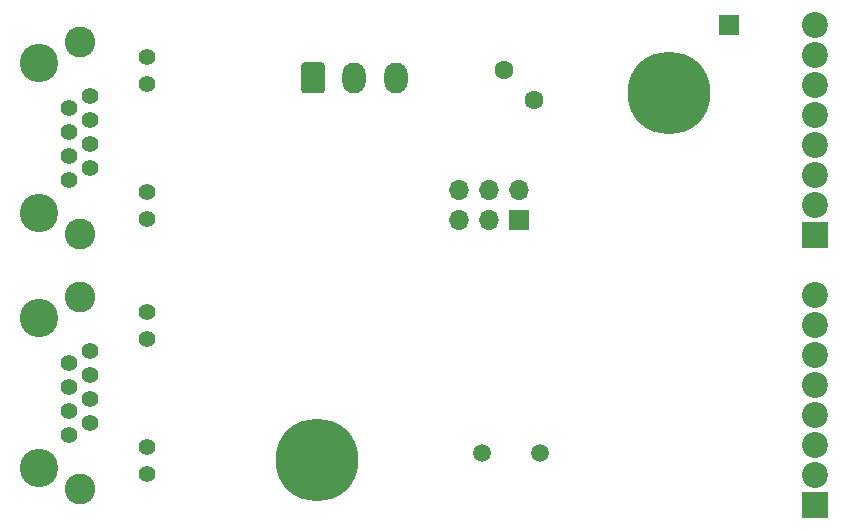
<source format=gbs>
G04 #@! TF.GenerationSoftware,KiCad,Pcbnew,(5.1.9)-1*
G04 #@! TF.CreationDate,2021-06-09T23:14:14+02:00*
G04 #@! TF.ProjectId,decoder,6465636f-6465-4722-9e6b-696361645f70,rev?*
G04 #@! TF.SameCoordinates,Original*
G04 #@! TF.FileFunction,Soldermask,Bot*
G04 #@! TF.FilePolarity,Negative*
%FSLAX46Y46*%
G04 Gerber Fmt 4.6, Leading zero omitted, Abs format (unit mm)*
G04 Created by KiCad (PCBNEW (5.1.9)-1) date 2021-06-09 23:14:14*
%MOMM*%
%LPD*%
G01*
G04 APERTURE LIST*
%ADD10R,1.700000X1.700000*%
%ADD11C,2.200000*%
%ADD12R,2.200000X2.200000*%
%ADD13C,1.400000*%
%ADD14C,2.600000*%
%ADD15C,3.250000*%
%ADD16O,1.700000X1.700000*%
%ADD17C,1.600000*%
%ADD18O,2.000000X2.600000*%
%ADD19C,0.800000*%
%ADD20C,7.000000*%
%ADD21C,1.500000*%
G04 APERTURE END LIST*
D10*
X159385000Y-70485000D03*
D11*
X166624000Y-70485000D03*
X166624000Y-73025000D03*
X166624000Y-75565000D03*
X166624000Y-78105000D03*
X166624000Y-80645000D03*
X166624000Y-83185000D03*
X166624000Y-85725000D03*
D12*
X166624000Y-88265000D03*
D11*
X166624000Y-93345000D03*
X166624000Y-95885000D03*
X166624000Y-98425000D03*
X166624000Y-100965000D03*
X166624000Y-103505000D03*
X166624000Y-106045000D03*
X166624000Y-108585000D03*
D12*
X166624000Y-111125000D03*
D13*
X110105000Y-73150000D03*
X110105000Y-75440000D03*
X110105000Y-84580000D03*
X110105000Y-86870000D03*
X105285000Y-76440000D03*
X103505000Y-77460000D03*
X105285000Y-78480000D03*
X103505000Y-79500000D03*
X105285000Y-80520000D03*
X103505000Y-81540000D03*
X105285000Y-82560000D03*
X103505000Y-83580000D03*
D14*
X104395000Y-88140000D03*
X104395000Y-71880000D03*
D15*
X100965000Y-86360000D03*
X100965000Y-73660000D03*
D13*
X110105000Y-94740000D03*
X110105000Y-97030000D03*
X110105000Y-106170000D03*
X110105000Y-108460000D03*
X105285000Y-98030000D03*
X103505000Y-99050000D03*
X105285000Y-100070000D03*
X103505000Y-101090000D03*
X105285000Y-102110000D03*
X103505000Y-103130000D03*
X105285000Y-104150000D03*
X103505000Y-105170000D03*
D14*
X104395000Y-109730000D03*
X104395000Y-93470000D03*
D15*
X100965000Y-107950000D03*
X100965000Y-95250000D03*
D16*
X136525000Y-84455000D03*
X136525000Y-86995000D03*
X139065000Y-84455000D03*
X139065000Y-86995000D03*
X141605000Y-84455000D03*
D10*
X141605000Y-86995000D03*
D17*
X142809874Y-76769874D03*
X140335000Y-74295000D03*
D18*
X131135000Y-74930000D03*
X127635000Y-74930000D03*
G36*
G01*
X123135000Y-75980000D02*
X123135000Y-73880000D01*
G75*
G02*
X123385000Y-73630000I250000J0D01*
G01*
X124885000Y-73630000D01*
G75*
G02*
X125135000Y-73880000I0J-250000D01*
G01*
X125135000Y-75980000D01*
G75*
G02*
X124885000Y-76230000I-250000J0D01*
G01*
X123385000Y-76230000D01*
G75*
G02*
X123135000Y-75980000I0J250000D01*
G01*
G37*
D19*
X156161155Y-78056155D03*
X154305000Y-78825000D03*
X152448845Y-78056155D03*
X151680000Y-76200000D03*
X152448845Y-74343845D03*
X154305000Y-73575000D03*
X156161155Y-74343845D03*
X156930000Y-76200000D03*
D20*
X154305000Y-76200000D03*
D19*
X126316155Y-105458845D03*
X124460000Y-104690000D03*
X122603845Y-105458845D03*
X121835000Y-107315000D03*
X122603845Y-109171155D03*
X124460000Y-109940000D03*
X126316155Y-109171155D03*
X127085000Y-107315000D03*
D20*
X124460000Y-107315000D03*
D21*
X143310000Y-106680000D03*
X138430000Y-106680000D03*
M02*

</source>
